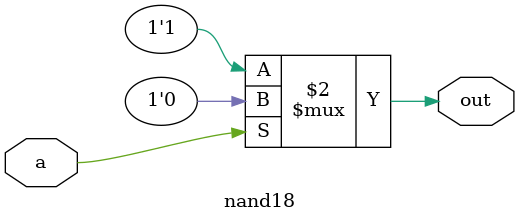
<source format=v>
module nand18 (
    input wire a,
    output wire out
);

assign out = (a & a) ? 1'b0 : 1'b1;

endmodule

</source>
